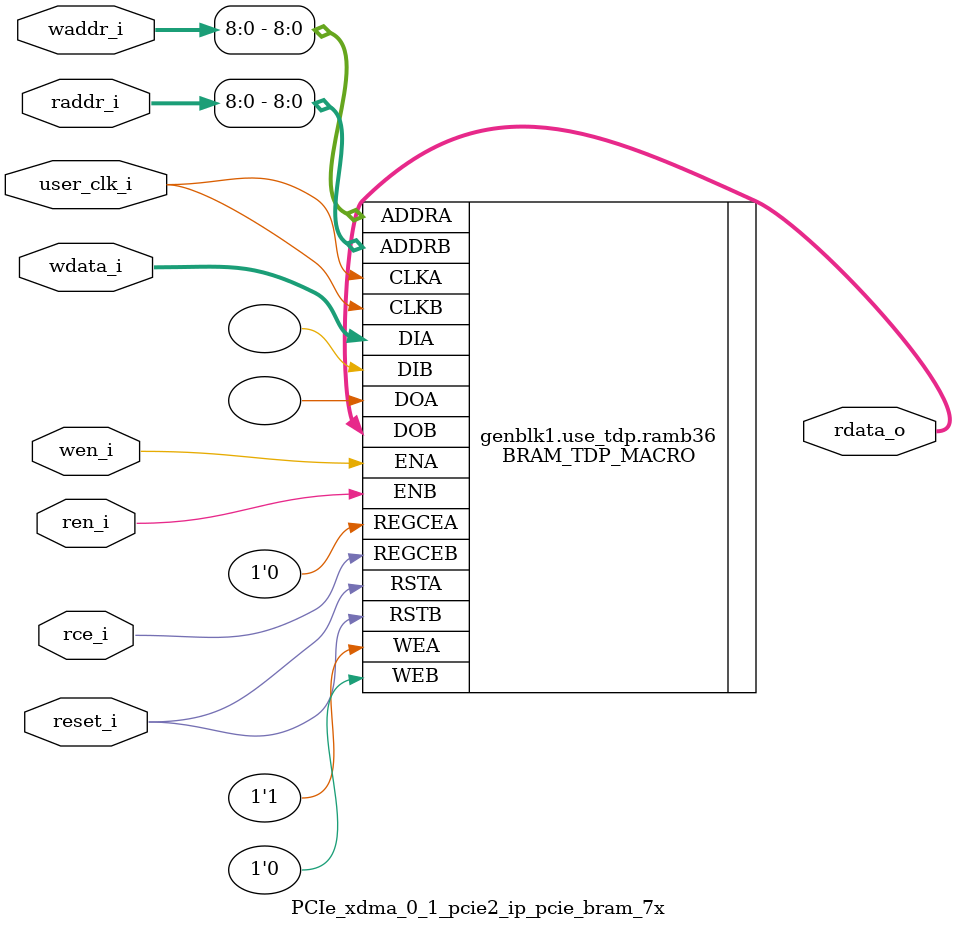
<source format=v>

`timescale 1ps/1ps

(* DowngradeIPIdentifiedWarnings = "yes" *)
module PCIe_xdma_0_1_pcie2_ip_pcie_bram_7x
  #(
    parameter [3:0]  LINK_CAP_MAX_LINK_SPEED = 4'h1,        // PCIe Link Speed : 1 - 2.5 GT/s; 2 - 5.0 GT/s
    parameter [5:0]  LINK_CAP_MAX_LINK_WIDTH = 6'h08,       // PCIe Link Width : 1 / 2 / 4 / 8
    parameter IMPL_TARGET = "HARD",                         // the implementation target : HARD, SOFT
    parameter DOB_REG = 0,                                  // 1 - use the output register;
                                                            // 0 - don't use the output register
    parameter WIDTH = 0                                     // supported WIDTH's : 4, 9, 18, 36 - uses RAMB36
                                                            //                     72 - uses RAMB36SDP
    )
    (
     input               user_clk_i,// user clock
     input               reset_i,   // bram reset

     input               wen_i,     // write enable
     input [12:0]        waddr_i,   // write address
     input [WIDTH - 1:0] wdata_i,   // write data

     input               ren_i,     // read enable
     input               rce_i,     // output register clock enable
     input [12:0]        raddr_i,   // read address

     output [WIDTH - 1:0] rdata_o   // read data
     );

   // map the address bits
   localparam ADDR_MSB = ((WIDTH == 4)  ? 12 :
                          (WIDTH == 9)  ? 11 :
                          (WIDTH == 18) ? 10 :
                          (WIDTH == 36) ?  9 :
                                           8
                          );

   // set the width of the tied off low address bits
   localparam ADDR_LO_BITS = ((WIDTH == 4)  ? 2 :
                              (WIDTH == 9)  ? 3 :
                              (WIDTH == 18) ? 4 :
                              (WIDTH == 36) ? 5 :
                                              0 // for WIDTH 72 use RAMB36SDP
                              );

   // map the data bits
   localparam D_MSB =  ((WIDTH == 4)  ?  3 :
                        (WIDTH == 9)  ?  7 :
                        (WIDTH == 18) ? 15 :
                        (WIDTH == 36) ? 31 :
                                        63
                        );

   // map the data parity bits
   localparam DP_LSB =  D_MSB + 1;

   localparam DP_MSB =  ((WIDTH == 4)  ? 4 :
                         (WIDTH == 9)  ? 8 :
                         (WIDTH == 18) ? 17 :
                         (WIDTH == 36) ? 35 :
                                         71
                        );

   localparam DPW = DP_MSB - DP_LSB + 1;
   localparam WRITE_MODE = ((WIDTH == 72) && (!((LINK_CAP_MAX_LINK_SPEED == 4'h2) && (LINK_CAP_MAX_LINK_WIDTH == 6'h08)))) ? "WRITE_FIRST" :
                           ((LINK_CAP_MAX_LINK_SPEED == 4'h2) && (LINK_CAP_MAX_LINK_WIDTH == 6'h08)) ? "WRITE_FIRST" : "NO_CHANGE";

   localparam DEVICE = (IMPL_TARGET == "HARD") ? "7SERIES" : "VIRTEX6";
   localparam BRAM_SIZE = "36Kb";

   localparam WE_WIDTH =(DEVICE == "VIRTEX5" || DEVICE == "VIRTEX6" || DEVICE == "7SERIES") ?
                            ((WIDTH <= 9) ? 1 :
                             (WIDTH > 9 && WIDTH <= 18) ? 2 :
                             (WIDTH > 18 && WIDTH <= 36) ? 4 :
                             (WIDTH > 36 && WIDTH <= 72) ? 8 :
                             (BRAM_SIZE == "18Kb") ? 4 : 8 ) : 8;

   //synthesis translate_off
   initial begin
      //$display("[%t] %m DOB_REG %0d WIDTH %0d ADDR_MSB %0d ADDR_LO_BITS %0d DP_MSB %0d DP_LSB %0d D_MSB %0d",
      //          $time, DOB_REG,   WIDTH,    ADDR_MSB,    ADDR_LO_BITS,    DP_MSB,    DP_LSB,    D_MSB);

      case (WIDTH)
        4,9,18,36,72:;
        default:
          begin
             $display("[%t] %m Error WIDTH %0d not supported", $time, WIDTH);
             $finish;
          end
      endcase // case (WIDTH)
   end
   //synthesis translate_on

   generate
   if ((LINK_CAP_MAX_LINK_WIDTH == 6'h08 && LINK_CAP_MAX_LINK_SPEED == 4'h2) || (WIDTH == 72)) begin : use_sdp
        BRAM_SDP_MACRO #(
               .DEVICE        (DEVICE),
               .BRAM_SIZE     (BRAM_SIZE),
               .DO_REG        (DOB_REG),
               .READ_WIDTH    (WIDTH),
               .WRITE_WIDTH   (WIDTH),
               .WRITE_MODE    (WRITE_MODE)
               )
        ramb36sdp(
               .DO             (rdata_o[WIDTH-1:0]),
               .DI             (wdata_i[WIDTH-1:0]),
               .RDADDR         (raddr_i[ADDR_MSB:0]),
               .RDCLK          (user_clk_i),
               .RDEN           (ren_i),
               .REGCE          (rce_i),
               .RST            (reset_i),
               .WE             ({WE_WIDTH{1'b1}}),
               .WRADDR         (waddr_i[ADDR_MSB:0]),
               .WRCLK          (user_clk_i),
               .WREN           (wen_i)
               );

    end  // block: use_sdp
    else if (WIDTH <= 36) begin : use_tdp
    // use RAMB36's if the width is 4, 9, 18, or 36
        BRAM_TDP_MACRO #(
               .DEVICE        (DEVICE),
               .BRAM_SIZE     (BRAM_SIZE),
               .DOA_REG       (0),
               .DOB_REG       (DOB_REG),
               .READ_WIDTH_A  (WIDTH),
               .READ_WIDTH_B  (WIDTH),
               .WRITE_WIDTH_A (WIDTH),
               .WRITE_WIDTH_B (WIDTH),
               .WRITE_MODE_A  (WRITE_MODE)
               )
        ramb36(
               .DOA            (),
               .DOB            (rdata_o[WIDTH-1:0]),
               .ADDRA          (waddr_i[ADDR_MSB:0]),
               .ADDRB          (raddr_i[ADDR_MSB:0]),
               .CLKA           (user_clk_i),
               .CLKB           (user_clk_i),
               .DIA            (wdata_i[WIDTH-1:0]),
               .DIB            ({WIDTH{1'b0}}),
               .ENA            (wen_i),
               .ENB            (ren_i),
               .REGCEA         (1'b0),
               .REGCEB         (rce_i),
               .RSTA           (reset_i),
               .RSTB           (reset_i),
               .WEA            ({WE_WIDTH{1'b1}}),
               .WEB            ({WE_WIDTH{1'b0}})
               );
   end // block: use_tdp
   endgenerate

endmodule // pcie_bram_7x


</source>
